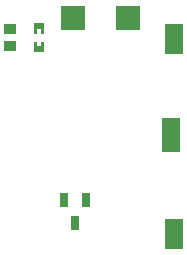
<source format=gtp>
G04 Layer: TopPasteMaskLayer*
G04 EasyEDA v6.5.15, 2022-10-03 21:12:50*
G04 fb6dd305ba754b819a97ba8624fd114e,51c7c353d140458ba7ebdfa259124d39,10*
G04 Gerber Generator version 0.2*
G04 Scale: 100 percent, Rotated: No, Reflected: No *
G04 Dimensions in millimeters *
G04 leading zeros omitted , absolute positions ,4 integer and 5 decimal *
%FSLAX45Y45*%
%MOMM*%

%ADD10R,1.5240X3.0000*%
%ADD11R,1.5240X2.5000*%
%ADD12R,1.0000X0.9500*%
%ADD13R,2.0000X2.0000*%
%ADD14R,0.7000X1.2500*%

%LPD*%
G36*
X-532180Y968806D02*
G01*
X-537210Y963777D01*
X-537210Y883818D01*
X-532180Y878789D01*
X-509422Y878789D01*
X-509422Y915771D01*
X-476402Y915771D01*
X-476402Y878789D01*
X-452221Y878789D01*
X-447192Y883818D01*
X-447192Y963777D01*
X-452221Y968806D01*
G37*
G36*
X-532180Y808786D02*
G01*
X-537210Y803808D01*
X-537210Y724814D01*
X-532180Y719785D01*
X-452221Y719785D01*
X-447192Y724814D01*
X-447192Y803808D01*
X-452221Y808786D01*
X-476402Y808786D01*
X-476402Y770788D01*
X-509422Y770788D01*
X-509422Y808786D01*
G37*
D10*
G01*
X625398Y18795D03*
D11*
G01*
X650798Y831595D03*
G01*
X650798Y-819404D03*
D12*
G01*
X-733501Y914298D03*
G01*
X-733501Y774293D03*
D13*
G01*
X-201498Y1009395D03*
G01*
X258495Y1009395D03*
D14*
G01*
X-92405Y-528904D03*
G01*
X-282397Y-528904D03*
G01*
X-187401Y-728903D03*
M02*

</source>
